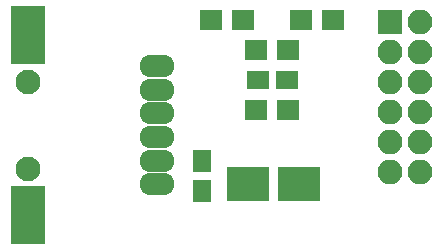
<source format=gbs>
G04 #@! TF.FileFunction,Soldermask,Bot*
%FSLAX46Y46*%
G04 Gerber Fmt 4.6, Leading zero omitted, Abs format (unit mm)*
G04 Created by KiCad (PCBNEW 4.0.5-e0-6337~49~ubuntu14.04.1) date Sun Mar 12 14:50:38 2017*
%MOMM*%
%LPD*%
G01*
G04 APERTURE LIST*
%ADD10C,0.100000*%
%ADD11R,1.650000X1.900000*%
%ADD12R,1.900000X1.650000*%
%ADD13R,2.100000X2.100000*%
%ADD14O,2.100000X2.100000*%
%ADD15R,1.900000X1.700000*%
%ADD16O,2.940000X1.924000*%
%ADD17C,2.100000*%
%ADD18R,2.940000X4.900000*%
%ADD19R,3.600000X2.900000*%
G04 APERTURE END LIST*
D10*
D11*
X157226000Y-122408000D03*
X157226000Y-119908000D03*
D12*
X161945000Y-113030000D03*
X164445000Y-113030000D03*
D13*
X173125476Y-108140000D03*
D14*
X175665476Y-108140000D03*
X173125476Y-110680000D03*
X175665476Y-110680000D03*
X173125476Y-113220000D03*
X175665476Y-113220000D03*
X173125476Y-115760000D03*
X175665476Y-115760000D03*
X173125476Y-118300000D03*
X175665476Y-118300000D03*
X173125476Y-120840000D03*
X175665476Y-120840000D03*
D15*
X164545000Y-115570000D03*
X161845000Y-115570000D03*
X160735000Y-107950000D03*
X158035000Y-107950000D03*
X165655000Y-107950000D03*
X168355000Y-107950000D03*
X161845000Y-110490000D03*
X164545000Y-110490000D03*
D16*
X153384000Y-111840000D03*
X153384000Y-113840000D03*
X153384000Y-115840000D03*
X153384000Y-117840000D03*
X153384000Y-119840000D03*
X153384000Y-121840000D03*
D17*
X142494000Y-113157000D03*
X142494000Y-120523000D03*
D18*
X142494000Y-124460000D03*
X142494000Y-109220000D03*
D19*
X161108500Y-121856500D03*
X165408500Y-121856500D03*
M02*

</source>
